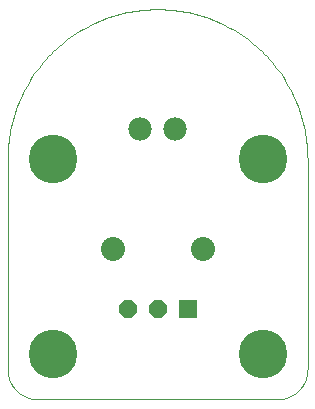
<source format=gts>
G75*
%MOIN*%
%OFA0B0*%
%FSLAX25Y25*%
%IPPOS*%
%LPD*%
%AMOC8*
5,1,8,0,0,1.08239X$1,22.5*
%
%ADD10C,0.07800*%
%ADD11OC8,0.06000*%
%ADD12R,0.06000X0.06000*%
%ADD13C,0.00000*%
%ADD14C,0.16211*%
%ADD15C,0.08000*%
D10*
X0051100Y0114006D03*
X0062500Y0114006D03*
D11*
X0056800Y0054006D03*
X0046800Y0054006D03*
D12*
X0066800Y0054006D03*
D13*
X0096800Y0024006D02*
X0016800Y0024006D01*
X0016558Y0024009D01*
X0016317Y0024018D01*
X0016076Y0024032D01*
X0015835Y0024053D01*
X0015595Y0024079D01*
X0015355Y0024111D01*
X0015116Y0024149D01*
X0014879Y0024192D01*
X0014642Y0024242D01*
X0014407Y0024297D01*
X0014173Y0024357D01*
X0013941Y0024424D01*
X0013710Y0024495D01*
X0013481Y0024573D01*
X0013254Y0024656D01*
X0013029Y0024744D01*
X0012806Y0024838D01*
X0012586Y0024937D01*
X0012368Y0025042D01*
X0012153Y0025151D01*
X0011940Y0025266D01*
X0011730Y0025386D01*
X0011524Y0025511D01*
X0011320Y0025641D01*
X0011119Y0025776D01*
X0010922Y0025916D01*
X0010728Y0026060D01*
X0010538Y0026209D01*
X0010352Y0026363D01*
X0010169Y0026521D01*
X0009990Y0026683D01*
X0009815Y0026850D01*
X0009644Y0027021D01*
X0009477Y0027196D01*
X0009315Y0027375D01*
X0009157Y0027558D01*
X0009003Y0027744D01*
X0008854Y0027934D01*
X0008710Y0028128D01*
X0008570Y0028325D01*
X0008435Y0028526D01*
X0008305Y0028730D01*
X0008180Y0028936D01*
X0008060Y0029146D01*
X0007945Y0029359D01*
X0007836Y0029574D01*
X0007731Y0029792D01*
X0007632Y0030012D01*
X0007538Y0030235D01*
X0007450Y0030460D01*
X0007367Y0030687D01*
X0007289Y0030916D01*
X0007218Y0031147D01*
X0007151Y0031379D01*
X0007091Y0031613D01*
X0007036Y0031848D01*
X0006986Y0032085D01*
X0006943Y0032322D01*
X0006905Y0032561D01*
X0006873Y0032801D01*
X0006847Y0033041D01*
X0006826Y0033282D01*
X0006812Y0033523D01*
X0006803Y0033764D01*
X0006800Y0034006D01*
X0006800Y0104006D01*
X0006815Y0105224D01*
X0006859Y0106440D01*
X0006933Y0107656D01*
X0007037Y0108869D01*
X0007170Y0110079D01*
X0007333Y0111286D01*
X0007525Y0112488D01*
X0007746Y0113686D01*
X0007996Y0114878D01*
X0008275Y0116063D01*
X0008583Y0117241D01*
X0008920Y0118411D01*
X0009285Y0119573D01*
X0009678Y0120725D01*
X0010099Y0121868D01*
X0010548Y0122999D01*
X0011024Y0124120D01*
X0011528Y0125229D01*
X0012058Y0126325D01*
X0012615Y0127408D01*
X0013198Y0128477D01*
X0013806Y0129531D01*
X0014441Y0130571D01*
X0015100Y0131594D01*
X0015784Y0132602D01*
X0016493Y0133592D01*
X0017225Y0134565D01*
X0017981Y0135519D01*
X0018760Y0136455D01*
X0019561Y0137372D01*
X0020385Y0138269D01*
X0021230Y0139145D01*
X0022096Y0140001D01*
X0022983Y0140836D01*
X0023890Y0141648D01*
X0024816Y0142438D01*
X0025762Y0143206D01*
X0026725Y0143950D01*
X0027707Y0144670D01*
X0028706Y0145367D01*
X0029721Y0146039D01*
X0030753Y0146686D01*
X0031800Y0147307D01*
X0032862Y0147903D01*
X0033938Y0148473D01*
X0035027Y0149017D01*
X0036130Y0149533D01*
X0037245Y0150023D01*
X0038371Y0150486D01*
X0039508Y0150921D01*
X0040656Y0151328D01*
X0041813Y0151707D01*
X0042979Y0152058D01*
X0044153Y0152380D01*
X0045335Y0152674D01*
X0046524Y0152939D01*
X0047718Y0153174D01*
X0048918Y0153381D01*
X0050123Y0153558D01*
X0051331Y0153706D01*
X0052543Y0153824D01*
X0053758Y0153913D01*
X0054974Y0153973D01*
X0056191Y0154002D01*
X0057409Y0154002D01*
X0058626Y0153973D01*
X0059842Y0153913D01*
X0061057Y0153824D01*
X0062269Y0153706D01*
X0063477Y0153558D01*
X0064682Y0153381D01*
X0065882Y0153174D01*
X0067076Y0152939D01*
X0068265Y0152674D01*
X0069447Y0152380D01*
X0070621Y0152058D01*
X0071787Y0151707D01*
X0072944Y0151328D01*
X0074092Y0150921D01*
X0075229Y0150486D01*
X0076355Y0150023D01*
X0077470Y0149533D01*
X0078573Y0149017D01*
X0079662Y0148473D01*
X0080738Y0147903D01*
X0081800Y0147307D01*
X0082847Y0146686D01*
X0083879Y0146039D01*
X0084894Y0145367D01*
X0085893Y0144670D01*
X0086875Y0143950D01*
X0087838Y0143206D01*
X0088784Y0142438D01*
X0089710Y0141648D01*
X0090617Y0140836D01*
X0091504Y0140001D01*
X0092370Y0139145D01*
X0093215Y0138269D01*
X0094039Y0137372D01*
X0094840Y0136455D01*
X0095619Y0135519D01*
X0096375Y0134565D01*
X0097107Y0133592D01*
X0097816Y0132602D01*
X0098500Y0131594D01*
X0099159Y0130571D01*
X0099794Y0129531D01*
X0100402Y0128477D01*
X0100985Y0127408D01*
X0101542Y0126325D01*
X0102072Y0125229D01*
X0102576Y0124120D01*
X0103052Y0122999D01*
X0103501Y0121868D01*
X0103922Y0120725D01*
X0104315Y0119573D01*
X0104680Y0118411D01*
X0105017Y0117241D01*
X0105325Y0116063D01*
X0105604Y0114878D01*
X0105854Y0113686D01*
X0106075Y0112488D01*
X0106267Y0111286D01*
X0106430Y0110079D01*
X0106563Y0108869D01*
X0106667Y0107656D01*
X0106741Y0106440D01*
X0106785Y0105224D01*
X0106800Y0104006D01*
X0106800Y0034006D01*
X0106797Y0033764D01*
X0106788Y0033523D01*
X0106774Y0033282D01*
X0106753Y0033041D01*
X0106727Y0032801D01*
X0106695Y0032561D01*
X0106657Y0032322D01*
X0106614Y0032085D01*
X0106564Y0031848D01*
X0106509Y0031613D01*
X0106449Y0031379D01*
X0106382Y0031147D01*
X0106311Y0030916D01*
X0106233Y0030687D01*
X0106150Y0030460D01*
X0106062Y0030235D01*
X0105968Y0030012D01*
X0105869Y0029792D01*
X0105764Y0029574D01*
X0105655Y0029359D01*
X0105540Y0029146D01*
X0105420Y0028936D01*
X0105295Y0028730D01*
X0105165Y0028526D01*
X0105030Y0028325D01*
X0104890Y0028128D01*
X0104746Y0027934D01*
X0104597Y0027744D01*
X0104443Y0027558D01*
X0104285Y0027375D01*
X0104123Y0027196D01*
X0103956Y0027021D01*
X0103785Y0026850D01*
X0103610Y0026683D01*
X0103431Y0026521D01*
X0103248Y0026363D01*
X0103062Y0026209D01*
X0102872Y0026060D01*
X0102678Y0025916D01*
X0102481Y0025776D01*
X0102280Y0025641D01*
X0102076Y0025511D01*
X0101870Y0025386D01*
X0101660Y0025266D01*
X0101447Y0025151D01*
X0101232Y0025042D01*
X0101014Y0024937D01*
X0100794Y0024838D01*
X0100571Y0024744D01*
X0100346Y0024656D01*
X0100119Y0024573D01*
X0099890Y0024495D01*
X0099659Y0024424D01*
X0099427Y0024357D01*
X0099193Y0024297D01*
X0098958Y0024242D01*
X0098721Y0024192D01*
X0098484Y0024149D01*
X0098245Y0024111D01*
X0098005Y0024079D01*
X0097765Y0024053D01*
X0097524Y0024032D01*
X0097283Y0024018D01*
X0097042Y0024009D01*
X0096800Y0024006D01*
D14*
X0091800Y0039006D03*
X0091800Y0104006D03*
X0021800Y0104006D03*
X0021800Y0039006D03*
D15*
X0041800Y0074006D03*
X0071800Y0074006D03*
M02*

</source>
